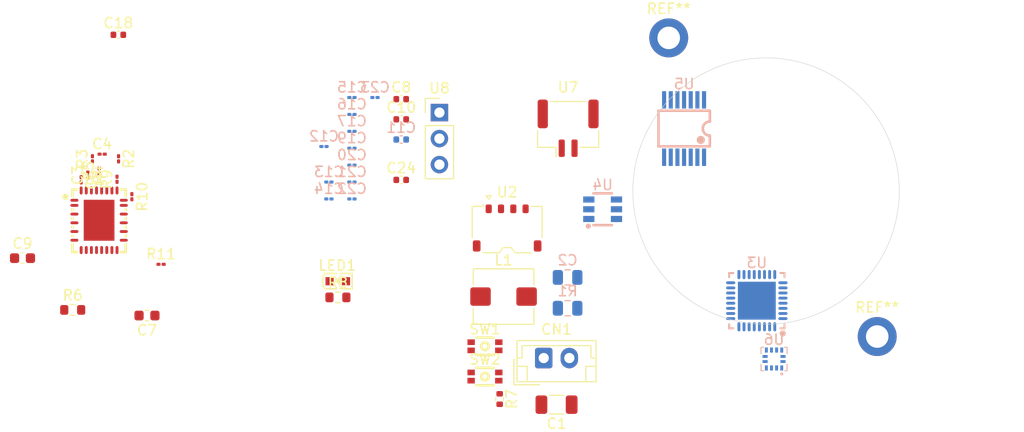
<source format=kicad_pcb>
(kicad_pcb (version 20241229) (generator "pcbnew") (generator_version "9.0")
  (layers (0 "F.Cu" signal) (4 "In1.Cu" signal) (6 "In2.Cu" signal) (2 "B.Cu" signal) (13 "F.Paste" user) (15 "B.Paste" user) (5 "F.SilkS" user "F.Silkscreen") (7 "B.SilkS" user "B.Silkscreen") (1 "F.Mask" user) (3 "B.Mask" user) (25 "Edge.Cuts" user))
  (net 0 "")
  (net 1 "+BATT")
  (net 2 "TI_AGND")
  (net 3 "TI_VREF")
  (net 4 "Net-(U1-SOA)")
  (net 5 "Net-(U1-SOB)")
  (net 6 "Net-(U1-SOC)")
  (net 7 "I-LIMIT")
  (net 8 "TI_AVDD")
  (net 9 "Net-(U4-SW)")
  (net 10 "Net-(U4-CB)")
  (net 11 "Net-(U6-C1)")
  (net 12 "Reset")
  (net 13 "Net-(LED1-K)")
  (net 14 "Net-(U4-FB)")
  (net 15 "SOA")
  (net 16 "SOB")
  (net 17 "SOC")
  (net 18 "BOOT0")
  (net 19 "Net-(U1-SDI{slash}GAIN)")
  (net 20 "Net-(U1-SDO{slash}MODE_SR)")
  (net 21 "Net-(U1-nSCS{slash}OCP)")
  (net 26 "TIM1_CH1N")
  (net 27 "TIM1_CH1")
  (net 28 "TI_FAULT")
  (net 29 "PHASE-B")
  (net 30 "PHASE-C")
  (net 31 "TIM1_CH3")
  (net 32 "TIM1_CH3N")
  (net 33 "PHASE-A")
  (net 34 "TIM1_CH2N")
  (net 35 "TIM1_CH2")
  (net 36 "UART_RX")
  (net 37 "UART_TX")
  (net 38 "MOSI1")
  (net 39 "SDA1")
  (net 41 "NSS1")
  (net 42 "SCL1")
  (net 43 "MISO1")
  (net 44 "ENAB_XL")
  (net 45 "SCK1")
  (net 46 "CAN_RX")
  (net 47 "ENAB_MAG")
  (net 49 "CAN_TX")
  (net 59 "-BATT")
  (net 60 "GND1")
  (footprint "Resistor_SMD:R_01005_0402Metric" (layer "F.Cu") (at 80.6 88.55 -90)
    (property "Reference" "R10" (at 0 -1 90) (layer "F.SilkS"))
    (property "Value" "2000")
    (pad "1" smd roundrect (at -0.25 0 270) (size 0.4 0.3) (layers "F.Cu" "F.Mask") (net 20 "Net-(U1-SDO{slash}MODE_SR)"))
    (pad "2" smd roundrect (at 0.25 0 270) (size 0.4 0.3) (layers "F.Cu" "F.Mask") (net 2 "TI_AGND"))
  )
  (footprint "bldc-motor-footprints:LED0603-RD" (layer "F.Cu") (at 100.6995 96.8)
    (property "Reference" "LED1" (at -0.0495 -1.5315 0) (layer "F.SilkS"))
    (property "Value" "~")
    (fp_line (start -1.4895 -0.4545) (end -1.1895 -0.7545) (stroke (width 0.15)) (layer "F.SilkS"))
    (fp_line (start -1.4895 -0.354) (end -1.4895 -0.4545) (stroke (width 0.15)) (layer "F.SilkS"))
    (fp_line (start -1.4895 -0.354) (end -1.4895 0.346) (stroke (width 0.15)) (layer "F.SilkS"))
    (fp_line (start -1.4895 0.346) (end -1.4895 0.446) (stroke (width 0.15)) (layer "F.SilkS"))
    (fp_line (start -1.4895 0.446) (end -1.1895 0.746) (stroke (width 0.15)) (layer "F.SilkS"))
    (fp_line (start -0.1395 -0.7545) (end -1.1895 -0.7545) (stroke (width 0.15)) (layer "F.SilkS"))
    (fp_line (start -0.1395 0.746) (end -1.1895 0.746) (stroke (width 0.15)) (layer "F.SilkS"))
    (fp_line (start 0.2105 0.3235) (end -0.1195 -0.0065) (stroke (width 0.15)) (layer "F.SilkS"))
    (fp_line (start 0.2205 -0.3565) (end 0.2205 -0.3465) (stroke (width 0.15)) (layer "F.SilkS"))
    (fp_line (start 0.2205 -0.3565) (end 0.2205 0.3235) (stroke (width 0.15)) (layer "F.SilkS"))
    (fp_line (start 0.2205 -0.3465) (end -0.1195 -0.0065) (stroke (width 0.15)) (layer "F.SilkS"))
    (fp_line (start 0.2205 -0.0065) (end -0.1195 -0.0065) (stroke (width 0.15)) (layer "F.SilkS"))
    (fp_line (start 0.2205 0.3235) (end 0.2105 0.3235) (stroke (width 0.15)) (layer "F.SilkS"))
    (fp_line (start 0.2405 -0.7565) (end 1.3905 -0.7565) (stroke (width 0.15)) (layer "F.SilkS"))
    (fp_line (start 0.2405 0.7435) (end 1.3905 0.7435) (stroke (width 0.15)) (layer "F.SilkS"))
    (fp_line (start 1.3905 -0.7565) (end 1.3905 0.7235) (stroke (width 0.15)) (layer "F.SilkS"))
    (pad "1" smd rect (at -0.7995 0 90) (size 0.8 0.8) (layers "F.Cu" "F.Mask" "F.Paste") (net 13 "Net-(LED1-K)"))
    (pad "2" smd rect (at 0.7995 0 90) (size 0.8 0.8) (layers "F.Cu" "F.Mask" "F.Paste") (net 3 "TI_VREF"))
  )
  (footprint "bldc-motor-footprints:KEY-SMD_4P-L2.6-W1.6-P0.80-LS3.0" (layer "F.Cu") (at 115.065 106.106)
    (property "Reference" "SW2" (at 0 -1.677 0) (layer "F.SilkS"))
    (property "Value" "~")
    (fp_line (start -0.8505 -0.85) (end 0.8505 -0.85) (stroke (width 0.254)) (layer "F.SilkS"))
    (fp_line (start -0.8505 0.85) (end 0.8505 0.85) (stroke (width 0.254)) (layer "F.SilkS"))
    (fp_circle (center 0 0) (end 0.3705 0) (stroke (width 0.254)) (fill no) (layer "F.SilkS"))
    (pad "1" smd rect (at -1.35 -0.4) (size 0.72 0.55) (layers "F.Cu" "F.Mask" "F.Paste"))
    (pad "2" smd rect (at 1.35 -0.4) (size 0.72 0.55) (layers "F.Cu" "F.Mask" "F.Paste"))
    (pad "3" smd rect (at -1.35 0.4) (size 0.72 0.55) (layers "F.Cu" "F.Mask" "F.Paste") (net 3 "TI_VREF"))
    (pad "4" smd rect (at 1.35 0.4) (size 0.72 0.55) (layers "F.Cu" "F.Mask" "F.Paste") (net 18 "BOOT0"))
  )
  (footprint "Connector_JST:JST_EH_B2B-EH-A_1x02_P2.50mm_Vertical" (layer "F.Cu") (at 120.8 104.3)
    (property "Reference" "CN1" (at 1.25 -2.8 0) (layer "F.SilkS"))
    (property "Value" "~")
    (fp_line (start -2.91 0.11) (end -2.91 2.61) (stroke (width 0.12)) (layer "F.SilkS"))
    (fp_line (start -2.91 2.61) (end -0.41 2.61) (stroke (width 0.12)) (layer "F.SilkS"))
    (fp_line (start -2.61 -1.71) (end -2.61 2.31) (stroke (width 0.12)) (layer "F.SilkS"))
    (fp_line (start -2.61 0) (end -2.11 0) (stroke (width 0.12)) (layer "F.SilkS"))
    (fp_line (start -2.61 0.81) (end -1.61 0.81) (stroke (width 0.12)) (layer "F.SilkS"))
    (fp_line (start -2.61 2.31) (end 5.11 2.31) (stroke (width 0.12)) (layer "F.SilkS"))
    (fp_line (start -2.11 -1.21) (end 4.61 -1.21) (stroke (width 0.12)) (layer "F.SilkS"))
    (fp_line (start -2.11 0) (end -2.11 -1.21) (stroke (width 0.12)) (layer "F.SilkS"))
    (fp_line (start -1.61 0.81) (end -1.61 2.31) (stroke (width 0.12)) (layer "F.SilkS"))
    (fp_line (start 4.11 0.81) (end 4.11 2.31) (stroke (width 0.12)) (layer "F.SilkS"))
    (fp_line (start 4.61 -1.21) (end 4.61 0) (stroke (width 0.12)) (layer "F.SilkS"))
    (fp_line (start 4.61 0) (end 5.11 0) (stroke (width 0.12)) (layer "F.SilkS"))
    (fp_line (start 5.11 -1.71) (end -2.61 -1.71) (stroke (width 0.12)) (layer "F.SilkS"))
    (fp_line (start 5.11 0.81) (end 4.11 0.81) (stroke (width 0.12)) (layer "F.SilkS"))
    (fp_line (start 5.11 2.31) (end 5.11 -1.71) (stroke (width 0.12)) (layer "F.SilkS"))
    (pad "1" thru_hole roundrect (at 0 0) (size 1.7 2) (drill 1) (layers "*.Cu" "*.Mask") (roundrect_rratio 0.147059) (net 59 "-BATT"))
    (pad "2" thru_hole oval (at 2.5 0) (size 1.7 2) (drill 1) (layers "*.Cu" "*.Mask") (net 1 "+BATT"))
  )
  (footprint "Capacitor_SMD:C_01005_0402Metric" (layer "F.Cu") (at 77.4 86.05 90)
    (property "Reference" "C5" (at 0 -1 90) (layer "F.SilkS"))
    (property "Value" "100pF")
    (pad "1" smd roundrect (at -0.25 0 90) (size 0.4 0.3) (layers "F.Cu" "F.Mask") (net 6 "Net-(U1-SOC)"))
    (pad "2" smd roundrect (at 0.25 0 90) (size 0.4 0.3) (layers "F.Cu" "F.Mask") (net 2 "TI_AGND"))
  )
  (footprint "Capacitor_SMD:C_0603_1608Metric" (layer "F.Cu") (at 69.925 94.55)
    (property "Reference" "C9" (at 0 -1.43 0) (layer "F.SilkS"))
    (property "Value" "10 uf")
    (fp_line (start -0.14058 -0.51) (end 0.14058 -0.51) (stroke (width 0.12)) (layer "F.SilkS"))
    (fp_line (start -0.14058 0.51) (end 0.14058 0.51) (stroke (width 0.12)) (layer "F.SilkS"))
    (pad "1" smd roundrect (at -0.775 0) (size 0.9 0.95) (layers "F.Cu" "F.Mask" "F.Paste") (net 1 "+BATT"))
    (pad "2" smd roundrect (at 0.775 0) (size 0.9 0.95) (layers "F.Cu" "F.Mask" "F.Paste") (net 59 "-BATT"))
  )
  (footprint "bldc-motor-footprints:KEY-SMD_4P-L2.6-W1.6-P0.80-LS3.0" (layer "F.Cu") (at 115.065 103.152)
    (property "Reference" "SW1" (at 0 -1.677 0) (layer "F.SilkS"))
    (property "Value" "~")
    (fp_line (start -0.8505 -0.85) (end 0.8505 -0.85) (stroke (width 0.254)) (layer "F.SilkS"))
    (fp_line (start -0.8505 0.85) (end 0.8505 0.85) (stroke (width 0.254)) (layer "F.SilkS"))
    (fp_circle (center 0 0) (end 0.3705 0) (stroke (width 0.254)) (fill no) (layer "F.SilkS"))
    (pad "1" smd rect (at -1.35 -0.4) (size 0.72 0.55) (layers "F.Cu" "F.Mask" "F.Paste") (net 2 "TI_AGND"))
    (pad "2" smd rect (at 1.35 -0.4) (size 0.72 0.55) (layers "F.Cu" "F.Mask" "F.Paste") (net 12 "Reset"))
    (pad "3" smd rect (at -1.35 0.4) (size 0.72 0.55) (layers "F.Cu" "F.Mask" "F.Paste"))
    (pad "4" smd rect (at 1.35 0.4) (size 0.72 0.55) (layers "F.Cu" "F.Mask" "F.Paste"))
  )
  (footprint "Capacitor_SMD:C_0402_1005Metric" (layer "F.Cu") (at 106.89 86.91)
    (property "Reference" "C24" (at 0 -1.16 0) (layer "F.SilkS"))
    (property "Value" "0.1 uF")
    (fp_line (start -0.107836 -0.36) (end 0.107836 -0.36) (stroke (width 0.12)) (layer "F.SilkS"))
    (fp_line (start -0.107836 0.36) (end 0.107836 0.36) (stroke (width 0.12)) (layer "F.SilkS"))
    (pad "1" smd roundrect (at -0.48 0) (size 0.56 0.62) (layers "F.Cu" "F.Mask" "F.Paste") (net 12 "Reset"))
    (pad "2" smd roundrect (at 0.48 0) (size 0.56 0.62) (layers "F.Cu" "F.Mask" "F.Paste") (net 2 "TI_AGND"))
  )
  (footprint "Capacitor_SMD:C_0603_1608Metric" (layer "F.Cu") (at 82.075 100.15 180)
    (property "Reference" "C7" (at 0 -1.43 0) (layer "F.SilkS"))
    (property "Value" "1 uF")
    (fp_line (start -0.14058 0.51) (end 0.14058 0.51) (stroke (width 0.12)) (layer "F.SilkS"))
    (fp_line (start -0.14058 -0.51) (end 0.14058 -0.51) (stroke (width 0.12)) (layer "F.SilkS"))
    (pad "1" smd roundrect (at -0.775 0 180) (size 0.9 0.95) (layers "F.Cu" "F.Mask" "F.Paste") (net 2 "TI_AGND"))
    (pad "2" smd roundrect (at 0.775 0 180) (size 0.9 0.95) (layers "F.Cu" "F.Mask" "F.Paste") (net 8 "TI_AVDD"))
  )
  (footprint "Inductor_SMD:L_Bourns_SRP5030T" (layer "F.Cu") (at 116.88 98.3)
    (property "Reference" "L1" (at 0 -3.55 0) (layer "F.SilkS"))
    (property "Value" "22uH")
    (fp_line (start -2.96 -2.71) (end 2.96 -2.71) (stroke (width 0.12)) (layer "F.SilkS"))
    (fp_line (start -2.96 -1.16) (end -2.96 -2.71) (stroke (width 0.12)) (layer "F.SilkS"))
    (fp_line (start -2.96 2.71) (end -2.96 1.16) (stroke (width 0.12)) (layer "F.SilkS"))
    (fp_line (start 2.96 -2.71) (end 2.96 -1.16) (stroke (width 0.12)) (layer "F.SilkS"))
    (fp_line (start 2.96 1.16) (end 2.96 2.71) (stroke (width 0.12)) (layer "F.SilkS"))
    (fp_line (start 2.96 2.71) (end -2.96 2.71) (stroke (width 0.12)) (layer "F.SilkS"))
    (pad "1" smd roundrect (at -2.25 0) (size 2 1.8) (layers "F.Cu" "F.Mask" "F.Paste") (roundrect_rratio 0.138889) (net 9 "Net-(U4-SW)"))
    (pad "2" smd roundrect (at 2.25 0) (size 2 1.8) (layers "F.Cu" "F.Mask" "F.Paste") (roundrect_rratio 0.138889) (net 3 "TI_VREF"))
  )
  (footprint "Connector_PinHeader_2.54mm:PinHeader_1x03_P2.54mm_Vertical" (layer "F.Cu") (at 110.62 80.34)
    (property "Reference" "U8" (at 0 -2.38 0) (layer "F.SilkS"))
    (property "Value" "~")
    (fp_line (start -1.38 -1.38) (end 0 -1.38) (stroke (width 0.12)) (layer "F.SilkS"))
    (fp_line (start -1.38 0) (end -1.38 -1.38) (stroke (width 0.12)) (layer "F.SilkS"))
    (fp_line (start -1.38 1.27) (end -1.38 6.46) (stroke (width 0.12)) (layer "F.SilkS"))
    (fp_line (start -1.38 1.27) (end 1.38 1.27) (stroke (width 0.12)) (layer "F.SilkS"))
    (fp_line (start -1.38 6.46) (end 1.38 6.46) (stroke (width 0.12)) (layer "F.SilkS"))
    (fp_line (start 1.38 1.27) (end 1.38 6.46) (stroke (width 0.12)) (layer "F.SilkS"))
    (pad "1" thru_hole rect (at 0 0) (size 1.7 1.7) (drill 1) (layers "*.Cu" "*.Mask") (net 33 "PHASE-A"))
    (pad "2" thru_hole circle (at 0 2.54) (size 1.7 1.7) (drill 1) (layers "*.Cu" "*.Mask") (net 29 "PHASE-B"))
    (pad "3" thru_hole circle (at 0 5.08) (size 1.7 1.7) (drill 1) (layers "*.Cu" "*.Mask") (net 30 "PHASE-C"))
  )
  (footprint "Capacitor_SMD:C_01005_0402Metric" (layer "F.Cu") (at 77.7 84.4)
    (property "Reference" "C4" (at 0 -1 0) (layer "F.SilkS"))
    (property "Value" "100pF")
    (pad "1" smd roundrect (at -0.25 0) (size 0.4 0.3) (layers "F.Cu" "F.Mask") (net 5 "Net-(U1-SOB)"))
    (pad "2" smd roundrect (at 0.25 0) (size 0.4 0.3) (layers "F.Cu" "F.Mask") (net 2 "TI_AGND"))
  )
  (footprint "Resistor_SMD:R_0603_1608Metric" (layer "F.Cu") (at 100.71 98.38)
    (property "Reference" "R8" (at 0 -1.43 0) (layer "F.SilkS"))
    (property "Value" "1k")
    (fp_line (start -0.237258 -0.5225) (end 0.237258 -0.5225) (stroke (width 0.12)) (layer "F.SilkS"))
    (fp_line (start -0.237258 0.5225) (end 0.237258 0.5225) (stroke (width 0.12)) (layer "F.SilkS"))
    (pad "1" smd roundrect (at -0.825 0) (size 0.8 0.95) (layers "F.Cu" "F.Mask" "F.Paste") (net 13 "Net-(LED1-K)"))
    (pad "2" smd roundrect (at 0.825 0) (size 0.8 0.95) (layers "F.Cu" "F.Mask" "F.Paste") (net 2 "TI_AGND"))
  )
  (footprint "Resistor_SMD:R_01005_0402Metric" (layer "F.Cu") (at 76.75 84.85 90)
    (property "Reference" "R3" (at 0 -1 90) (layer "F.SilkS"))
    (property "Value" "600")
    (pad "1" smd roundrect (at -0.25 0 90) (size 0.4 0.3) (layers "F.Cu" "F.Mask") (net 5 "Net-(U1-SOB)"))
    (pad "2" smd roundrect (at 0.25 0 90) (size 0.4 0.3) (layers "F.Cu" "F.Mask") (net 16 "SOB"))
  )
  (footprint "Connector_JST:JST_GH_BM02B-GHS-TBT_1x02-1MP_P1.25mm_Vertical" (layer "F.Cu") (at 123.18 81.87)
    (property "Reference" "U7" (at 0 -4 0) (layer "F.SilkS"))
    (property "Value" "~")
    (fp_line (start -2.985 0.26) (end -2.985 1.86) (stroke (width 0.12)) (layer "F.SilkS"))
    (fp_line (start -2.985 1.86) (end -1.185 1.86) (stroke (width 0.12)) (layer "F.SilkS"))
    (fp_line (start -1.715 -2.61) (end 1.715 -2.61) (stroke (width 0.12)) (layer "F.SilkS"))
    (fp_line (start -1.185 1.86) (end -1.185 2.8) (stroke (width 0.12)) (layer "F.SilkS"))
    (fp_line (start 2.985 0.26) (end 2.985 1.86) (stroke (width 0.12)) (layer "F.SilkS"))
    (fp_line (start 2.985 1.86) (end 1.185 1.86) (stroke (width 0.12)) (layer "F.SilkS"))
    (pad "1" smd roundrect (at -0.625 1.95) (size 0.6 1.7) (layers "F.Cu" "F.Mask" "F.Paste") (net 46 "CAN_RX"))
    (pad "2" smd roundrect (at 0.625 1.95) (size 0.6 1.7) (layers "F.Cu" "F.Mask" "F.Paste") (net 49 "CAN_TX"))
    (pad "MP" smd roundrect (at -2.475 -1.4) (size 1 2.8) (layers "F.Cu" "F.Mask" "F.Paste"))
    (pad "MP" smd roundrect (at 2.475 -1.4) (size 1 2.8) (layers "F.Cu" "F.Mask" "F.Paste"))
  )
  (footprint "Resistor_SMD:R_01005_0402Metric" (layer "F.Cu") (at 83.45 95.15)
    (property "Reference" "R11" (at 0 -1 0) (layer "F.SilkS"))
    (property "Value" "2000")
    (pad "1" smd roundrect (at -0.25 0) (size 0.4 0.3) (layers "F.Cu" "F.Mask") (net 21 "Net-(U1-nSCS{slash}OCP)"))
    (pad "2" smd roundrect (at 0.25 0) (size 0.4 0.3) (layers "F.Cu" "F.Mask") (net 2 "TI_AGND"))
  )
  (footprint "Resistor_SMD:R_01005_0402Metric" (layer "F.Cu") (at 76.3 86.45 -90)
    (property "Reference" "R4" (at 0 -1 90) (layer "F.SilkS"))
    (property "Value" "600")
    (pad "1" smd roundrect (at -0.25 0 270) (size 0.4 0.3) (layers "F.Cu" "F.Mask") (net 6 "Net-(U1-SOC)"))
    (pad "2" smd roundrect (at 0.25 0 270) (size 0.4 0.3) (layers "F.Cu" "F.Mask") (net 17 "SOC"))
  )
  (footprint "Capacitor_SMD:C_0402_1005Metric" (layer "F.Cu") (at 79.28 72.75)
    (property "Reference" "C18" (at 0 -1.16 0) (layer "F.SilkS"))
    (property "Value" "0.1 uf 6.3v")
    (fp_line (start -0.107836 -0.36) (end 0.107836 -0.36) (stroke (width 0.12)) (layer "F.SilkS"))
    (fp_line (start -0.107836 0.36) (end 0.107836 0.36) (stroke (width 0.12)) (layer "F.SilkS"))
    (pad "1" smd roundrect (at -0.48 0) (size 0.56 0.62) (layers "F.Cu" "F.Mask" "F.Paste") (net 2 "TI_AGND"))
    (pad "2" smd roundrect (at 0.48 0) (size 0.56 0.62) (layers "F.Cu" "F.Mask" "F.Paste") (net 3 "TI_VREF"))
  )
  (footprint "Capacitor_SMD:C_0402_1005Metric" (layer "F.Cu") (at 106.89 81)
    (property "Reference" "C10" (at 0 -1.16 0) (layer "F.SilkS"))
    (property "Value" "0.1 uF")
    (fp_line (start -0.107836 -0.36) (end 0.107836 -0.36) (stroke (width 0.12)) (layer "F.SilkS"))
    (fp_line (start -0.107836 0.36) (end 0.107836 0.36) (stroke (width 0.12)) (layer "F.SilkS"))
    (pad "1" smd roundrect (at -0.48 0) (size 0.56 0.62) (layers "F.Cu" "F.Mask" "F.Paste") (net 1 "+BATT"))
    (pad "2" smd roundrect (at 0.48 0) (size 0.56 0.62) (layers "F.Cu" "F.Mask" "F.Paste") (net 8 "TI_AVDD"))
  )
  (footprint "Resistor_SMD:R_0603_1608Metric" (layer "F.Cu") (at 74.825 99.6)
    (property "Reference" "R6" (at 0 -1.43 0) (layer "F.SilkS"))
    (property "Value" "22.1k")
    (fp_line (start -0.237258 -0.5225) (end 0.237258 -0.5225) (stroke (width 0.12)) (layer "F.SilkS"))
    (fp_line (start -0.237258 0.5225) (end 0.237258 0.5225) (stroke (width 0.12)) (layer "F.SilkS"))
    (pad "1" smd roundrect (at -0.825 0) (size 0.8 0.95) (layers "F.Cu" "F.Mask" "F.Paste") (net 14 "Net-(U4-FB)"))
    (pad "2" smd roundrect (at 0.825 0) (size 0.8 0.95) (layers "F.Cu" "F.Mask" "F.Paste") (net 59 "-BATT"))
  )
  (footprint "Resistor_SMD:R_01005_0402Metric" (layer "F.Cu") (at 79.3 84.85 -90)
    (property "Reference" "R2" (at 0 -1 90) (layer "F.SilkS"))
    (property "Value" "600")
    (pad "1" smd roundrect (at -0.25 0 270) (size 0.4 0.3) (layers "F.Cu" "F.Mask") (net 4 "Net-(U1-SOA)"))
    (pad "2" smd roundrect (at 0.25 0 270) (size 0.4 0.3) (layers "F.Cu" "F.Mask") (net 15 "SOA"))
  )
  (footprint "bldc-motor-footprints:VQFN-28_L6.0-W5.0-P0.50-TL-EP4.0" (layer "F.Cu") (at 77.4 90.85)
    (property "Reference" "U1" (at -0.39975 -4.0025 0) (layer "F.SilkS"))
    (property "Value" "~")
    (fp_line (start -2.6 -3) (end -2.5 -3) (stroke (width 0.254)) (layer "F.SilkS"))
    (fp_line (start -2.6 -2.321) (end -2.6 -3) (stroke (width 0.254)) (layer "F.SilkS"))
    (fp_line (start -2.6 -0.971) (end -2.6 -1.079) (stroke (width 0.254)) (layer "F.SilkS"))
    (fp_line (start -2.6 -0.121) (end -2.6 -0.229) (stroke (width 0.254)) (layer "F.SilkS"))
    (fp_line (start -2.6 0.729) (end -2.6 0.621) (stroke (width 0.254)) (layer "F.SilkS"))
    (fp_line (start -2.6 1.579) (end -2.6 1.471) (stroke (width 0.254)) (layer "F.SilkS"))
    (fp_line (start -2.6 3.1) (end -2.6 2.321) (stroke (width 0.254)) (layer "F.SilkS"))
    (fp_line (start -2.5 -3) (end -2.121 -3) (stroke (width 0.254)) (layer "F.SilkS"))
    (fp_line (start -2.121 3.1) (end -2.6 3.1) (stroke (width 0.254)) (layer "F.SilkS"))
    (fp_line (start 2.121 -3) (end 2.6 -3) (stroke (width 0.254)) (layer "F.SilkS"))
    (fp_line (start 2.6 -3) (end 2.6 -2.321) (stroke (width 0.254)) (layer "F.SilkS"))
    (fp_line (start 2.6 -1.079) (end 2.6 -0.971) (stroke (width 0.254)) (layer "F.SilkS"))
    (fp_line (start 2.6 -0.229) (end 2.6 -0.121) (stroke (width 0.254)) (layer "F.SilkS"))
    (fp_line (start 2.6 0.621) (end 2.6 0.729) (stroke (width 0.254)) (layer "F.SilkS"))
    (fp_line (start 2.6 1.471) (end 2.6 1.579) (stroke (width 0.254)) (layer "F.SilkS"))
    (fp_line (start 2.6 2.321) (end 2.6 3.1) (stroke (width 0.254)) (layer "F.SilkS"))
    (fp_line (start 2.6 3.1) (end 2.121 3.1) (stroke (width 0.254)) (layer "F.SilkS"))
    (fp_circle (center -3.302 -2.286) (end -3.152 -2.286) (stroke (width 0.3)) (fill no) (layer "F.SilkS"))
    (pad "1" smd oval (at -2.4075 -1.95) (size 0.79 0.28) (layers "F.Cu" "F.Mask" "F.Paste") (net 8 "TI_AVDD"))
    (pad "2" smd oval (at -2.4075 -1.45) (size 0.79 0.28) (layers "F.Cu" "F.Mask" "F.Paste") (net 59 "-BATT"))
    (pad "3" smd oval (at -2.4075 -0.6) (size 0.79 0.28) (layers "F.Cu" "F.Mask" "F.Paste") (net 1 "+BATT"))
    (pad "4" smd oval (at -2.4075 0.25) (size 0.79 0.28) (layers "F.Cu" "F.Mask" "F.Paste") (net 33 "PHASE-A"))
    (pad "5" smd oval (at -2.4075 1.1) (size 0.79 0.28) (layers "F.Cu" "F.Mask" "F.Paste") (net 29 "PHASE-B"))
    (pad "6" smd oval (at -2.4075 1.95) (size 0.79 0.28) (layers "F.Cu" "F.Mask" "F.Paste") (net 30 "PHASE-C"))
    (pad "7" smd oval (at -1.75 2.9075) (size 0.28 0.79) (layers "F.Cu" "F.Mask" "F.Paste") (net 1 "+BATT"))
    (pad "8" smd oval (at -1.25 2.9075) (size 0.28 0.79) (layers "F.Cu" "F.Mask" "F.Paste") (net 2 "TI_AGND"))
    (pad "9" smd oval (at -0.75 2.9075) (size 0.28 0.79) (layers "F.Cu" "F.Mask" "F.Paste") (net 8 "TI_AVDD"))
    (pad "10" smd oval (at -0.25 2.9075) (size 0.28 0.79) (layers "F.Cu" "F.Mask" "F.Paste") (net 7 "I-LIMIT"))
    (pad "11" smd oval (at 0.25 2.9075) (size 0.28 0.79) (layers "F.Cu" "F.Mask" "F.Paste") (net 2 "TI_AGND"))
    (pad "12" smd oval (at 0.75 2.9075) (size 0.28 0.79) (layers "F.Cu" "F.Mask" "F.Paste") (net 28 "TI_FAULT"))
    (pad "13" smd oval (at 1.25 2.9075) (size 0.28 0.79) (layers "F.Cu" "F.Mask" "F.Paste") (net 8 "TI_AVDD"))
    (pad "14" smd oval (at 1.75 2.9075) (size 0.28 0.79) (layers "F.Cu" "F.Mask" "F.Paste") (net 27 "TIM1_CH1"))
    (pad "15" smd oval (at 2.4075 1.95) (size 0.79 0.28) (layers "F.Cu" "F.Mask" "F.Paste") (net 26 "TIM1_CH1N"))
    (pad "16" smd oval (at 2.4075 1.1) (size 0.79 0.28) (layers "F.Cu" "F.Mask" "F.Paste") (net 35 "TIM1_CH2"))
    (pad "17" smd oval (at 2.4075 0.25) (size 0.79 0.28) (layers "F.Cu" "F.Mask" "F.Paste") (net 34 "TIM1_CH2N"))
    (pad "18" smd oval (at 2.4075 -0.6) (size 0.79 0.28) (layers "F.Cu" "F.Mask" "F.Paste") (net 31 "TIM1_CH3"))
    (pad "19" smd oval (at 2.4075 -1.45) (size 0.79 0.28) (layers "F.Cu" "F.Mask" "F.Paste") (net 32 "TIM1_CH3N"))
    (pad "20" smd oval (at 2.4075 -1.95) (size 0.79 0.28) (layers "F.Cu" "F.Mask" "F.Paste") (net 20 "Net-(U1-SDO{slash}MODE_SR)"))
    (pad "21" smd oval (at 1.75 -2.9075) (size 0.28 0.79) (layers "F.Cu" "F.Mask" "F.Paste") (net 19 "Net-(U1-SDI{slash}GAIN)"))
    (pad "22" smd oval (at 1.25 -2.9075) (size 0.28 0.79) (layers "F.Cu" "F.Mask" "F.Paste") (net 2 "TI_AGND"))
    (pad "23" smd oval (at 0.75 -2.9075) (size 0.28 0.79) (layers "F.Cu" "F.Mask" "F.Paste") (net 21 "Net-(U1-nSCS{slash}OCP)"))
    (pad "24" smd oval (at 0.25 -2.9075) (size 0.28 0.79) (layers "F.Cu" "F.Mask" "F.Paste") (net 3 "TI_VREF"))
    (pad "25" smd oval (at -0.25 -2.9075) (size 0.28 0.79) (layers "F.Cu" "F.Mask" "F.Paste") (net 6 "Net-(U1-SOC)"))
    (pad "26" smd oval (at -0.75 -2.9075) (size 0.28 0.79) (layers "F.Cu" "F.Mask" "F.Paste") (net 5 "Net-(U1-SOB)"))
    (pad "27" smd oval (at -1.25 -2.9075) (size 0.28 0.79) (layers "F.Cu" "F.Mask" "F.Paste") (net 4 "Net-(U1-SOA)"))
    (pad "28" smd oval (at -1.75 -2.9075) (size 0.28 0.79) (layers "F.Cu" "F.Mask" "F.Paste") (net 7 "I-LIMIT"))
    (pad "29" smd rect (at 0 0) (size 3 4) (layers "F.Cu" "F.Mask" "F.Paste") (net 2 "TI_AGND"))
  )
  (footprint "Capacitor_SMD:C_0402_1005Metric" (layer "F.Cu") (at 106.89 79.03)
    (property "Reference" "C8" (at 0 -1.16 0) (layer "F.SilkS"))
    (property "Value" "0.1 uf")
    (fp_line (start -0.107836 -0.36) (end 0.107836 -0.36) (stroke (width 0.12)) (layer "F.SilkS"))
    (fp_line (start -0.107836 0.36) (end 0.107836 0.36) (stroke (width 0.12)) (layer "F.SilkS"))
    (pad "1" smd roundrect (at -0.48 0) (size 0.56 0.62) (layers "F.Cu" "F.Mask" "F.Paste") (net 1 "+BATT"))
    (pad "2" smd roundrect (at 0.48 0) (size 0.56 0.62) (layers "F.Cu" "F.Mask" "F.Paste") (net 59 "-BATT"))
  )
  (footprint "MountingHole:MountingHole_2.2mm_M2_DIN965_Pad" (layer "F.Cu") (at 133 73.05)
    (property "Reference" "REF**" (at 0 -2.85 0) (layer "F.SilkS"))
    (property "Value" "MountingHole_2.2mm_M2_DIN965_Pad")
    (pad "1" thru_hole circle (at 0 0) (size 3.8 3.8) (drill 2.2) (layers "*.Cu" "*.Mask"))
  )
  (footprint "MountingHole:MountingHole_2.2mm_M2_DIN965_Pad" (layer "F.Cu") (at 153.35 102.2)
    (property "Reference" "REF**" (at 0 -2.85 0) (layer "F.SilkS"))
    (property "Value" "MountingHole_2.2mm_M2_DIN965_Pad")
    (pad "1" thru_hole circle (at 0 0) (size 3.8 3.8) (drill 2.2) (layers "*.Cu" "*.Mask"))
  )
  (footprint "Capacitor_SMD:C_01005_0402Metric" (layer "F.Cu") (at 76.3 86.45 90)
    (property "Reference" "C3" (at 0 -1 90) (layer "F.SilkS"))
    (property "Value" "100pF")
    (pad "1" smd roundrect (at -0.25 0 90) (size 0.4 0.3) (layers "F.Cu" "F.Mask") (net 4 "Net-(U1-SOA)"))
    (pad "2" smd roundrect (at 0.25 0 90) (size 0.4 0.3) (layers "F.Cu" "F.Mask") (net 2 "TI_AGND"))
  )
  (footprint "Connector_JST:JST_ACH_BM04B-ACHSS-A-GAN-ETF_1x04-1MP_P1.20mm_Vertical" (layer "F.Cu") (at 117.23 91.608553)
    (property "Reference" "U2" (at 0 -3.5 0) (layer "F.SilkS"))
    (property "Value" "~")
    (fp_line (start -3.41 -2.11) (end -2.36 -2.11) (stroke (width 0.12)) (layer "F.SilkS"))
    (fp_line (start -3.41 0.94) (end -3.41 -2.11) (stroke (width 0.12)) (layer "F.SilkS"))
    (fp_line (start -2.36 -2.11) (end -2.36 -2.3) (stroke (width 0.12)) (layer "F.SilkS"))
    (fp_line (start -2.34 2.41) (end -0.79 2.41) (stroke (width 0.12)) (layer "F.SilkS"))
    (fp_line (start -2.05 -3.153553) (end -1.8 -2.8) (stroke (width 0.12)) (layer "F.SilkS"))
    (fp_line (start -1.8 -2.8) (end -1.55 -3.153553) (stroke (width 0.12)) (layer "F.SilkS"))
    (fp_line (start -1.55 -3.153553) (end -2.05 -3.153553) (stroke (width 0.12)) (layer "F.SilkS"))
    (fp_line (start -0.79 2.41) (end -0.39 1.91) (stroke (width 0.12)) (layer "F.SilkS"))
    (fp_line (start -0.39 1.91) (end 0.39 1.91) (stroke (width 0.12)) (layer "F.SilkS"))
    (fp_line (start 0.39 1.91) (end 0.79 2.41) (stroke (width 0.12)) (layer "F.SilkS"))
    (fp_line (start 0.79 2.41) (end 2.34 2.41) (stroke (width 0.12)) (layer "F.SilkS"))
    (fp_line (start 3.41 -2.11) (end 2.36 -2.11) (stroke (width 0.12)) (layer "F.SilkS"))
    (fp_line (start 3.41 0.94) (end 3.41 -2.11) (stroke (width 0.12)) (layer "F.SilkS"))
    (pad "1" smd roundrect (at -1.8 -1.875) (size 0.6 0.85) (layers "F.Cu" "F.Mask" "F.Paste") (net 37 "UART_TX"))
    (pad "2" smd roundrect (at -0.6 -1.875) (size 0.6 0.85) (layers "F.Cu" "F.Mask" "F.Paste") (net 36 "UART_RX"))
    (pad "3" smd roundrect (at 0.6 -1.875) (size 0.6 0.85) (layers "F.Cu" "F.Mask" "F.Paste") (net 3 "TI_VREF"))
    (pad "4" smd roundrect (at 1.8 -1.875) (size 0.6 0.85) (layers "F.Cu" "F.Mask" "F.Paste") (net 60 "GND1"))
    (pad "MP" smd roundrect (at -2.975 1.75) (size 0.75 1.1) (layers "F.Cu" "F.Mask" "F.Paste"))
    (pad "MP" smd roundrect (at 2.975 1.75) (size 0.75 1.1) (layers "F.Cu" "F.Mask" "F.Paste"))
  )
  (footprint "Capacitor_SMD:C_01005_0402Metric" (layer "F.Cu") (at 75.65 86.9 -90)
    (property "Reference" "C6" (at 0 -1 90) (layer "F.SilkS"))
    (property "Value" "0.1 uF")
    (pad "1" smd roundrect (at -0.25 0 270) (size 0.4 0.3) (layers "F.Cu" "F.Mask") (net 2 "TI_AGND"))
    (pad "2" smd roundrect (at 0.25 0 270) (size 0.4 0.3) (layers "F.Cu" "F.Mask") (net 7 "I-LIMIT"))
  )
  (footprint "Capacitor_SMD:C_1206_3216Metric" (layer "F.Cu") (at 122.05 108.85 180)
    (property "Reference" "C1" (at 0 -1.85 0) (layer "F.SilkS"))
    (property "Value" "2.2UF")
    (fp_line (start -0.711252 0.91) (end 0.711252 0.91) (stroke (width 0.12)) (layer "F.SilkS"))
    (fp_line (start -0.711252 -0.91) (end 0.711252 -0.91) (stroke (width 0.12)) (layer "F.SilkS"))
    (pad "1" smd roundrect (at -1.475 0 180) (size 1.15 1.8) (layers "F.Cu" "F.Mask" "F.Paste") (roundrect_rratio 0.217391) (net 1 "+BATT"))
    (pad "2" smd roundrect (at 1.475 0 180) (size 1.15 1.8) (layers "F.Cu" "F.Mask" "F.Paste") (roundrect_rratio 0.217391) (net 59 "-BATT"))
  )
  (footprint "Resistor_SMD:R_0402_1005Metric" (layer "F.Cu") (at 116.5 108.3 -90)
    (property "Reference" "R7" (at 0 -1.17 90) (layer "F.SilkS"))
    (property "Value" "10k")
    (fp_line (start -0.153641 0.38) (end 0.153641 0.38) (stroke (width 0.12)) (layer "F.SilkS"))
    (fp_line (start -0.153641 -0.38) (end 0.153641 -0.38) (stroke (width 0.12)) (layer "F.SilkS"))
    (pad "1" smd roundrect (at -0.51 0 270) (size 0.54 0.64) (layers "F.Cu" "F.Mask" "F.Paste") (net 18 "BOOT0"))
    (pad "2" smd roundrect (at 0.51 0 270) (size 0.54 0.64) (layers "F.Cu" "F.Mask" "F.Paste") (net 2 "TI_AGND"))
  )
  (footprint "Resistor_SMD:R_01005_0402Metric" (layer "F.Cu") (at 79.15 86.85 90)
    (property "Reference" "R9" (at 0 -1 90) (layer "F.SilkS"))
    (property "Value" "2000")
    (pad "1" smd roundrect (at -0.25 0 90) (size 0.4 0.3) (layers "F.Cu" "F.Mask") (net 19 "Net-(U1-SDI{slash}GAIN)"))
    (pad "2" smd roundrect (at 0.25 0 90) (size 0.4 0.3) (layers "F.Cu" "F.Mask") (net 2 "TI_AGND"))
  )
  (footprint "Capacitor_SMD:C_01005_0402Metric" (layer "B.Cu") (at 99.83 87.12 180)
    (property "Reference" "C13" (at 0 1 0) (layer "B.SilkS") (effects (justify mirror)))
    (property "Value" "2.2UF")
    (pad "1" smd roundrect (at -0.25 0 180) (size 0.4 0.3) (layers "B.Cu" "B.Mask") (net 2 "TI_AGND"))
    (pad "2" smd roundrect (at 0.25 0 180) (size 0.4 0.3) (layers "B.Cu" "B.Mask") (net 3 "TI_VREF"))
  )
  (footprint "Capacitor_SMD:C_01005_0402Metric" (layer "B.Cu") (at 102.08 80.52 180)
    (property "Reference" "C16" (at 0 1 0) (layer "B.SilkS") (effects (justify mirror)))
    (property "Value" "100 nf")
    (pad "1" smd roundrect (at -0.25 0 180) (size 0.4 0.3) (layers "B.Cu" "B.Mask") (net 2 "TI_AGND"))
    (pad "2" smd roundrect (at 0.25 0 180) (size 0.4 0.3) (layers "B.Cu" "B.Mask") (net 3 "TI_VREF"))
  )
  (footprint "Capacitor_SMD:C_01005_0402Metric" (layer "B.Cu") (at 102.08 85.47 180)
    (property "Reference" "C20" (at 0 1 0) (layer "B.SilkS") (effects (justify mirror)))
    (property "Value" "220nf")
    (pad "1" smd roundrect (at -0.25 0 180) (size 0.4 0.3) (layers "B.Cu" "B.Mask") (net 11 "Net-(U6-C1)"))
    (pad "2" smd roundrect (at 0.25 0 180) (size 0.4 0.3) (layers "B.Cu" "B.Mask") (net 2 "TI_AGND"))
  )
  (footprint "Capacitor_SMD:C_01005_0402Metric" (layer "B.Cu") (at 104.33 78.87 180)
    (property "Reference" "C23" (at 0 1 0) (layer "B.SilkS") (effects (justify mirror)))
    (property "Value" "100nF")
    (pad "1" smd roundrect (at -0.25 0 180) (size 0.4 0.3) (layers "B.Cu" "B.Mask") (net 3 "TI_VREF"))
    (pad "2" smd roundrect (at 0.25 0 180) (size 0.4 0.3) (layers "B.Cu" "B.Mask") (net 2 "TI_AGND"))
  )
  (footprint "bldc-motor-footprints:LGA-12_L2.0-W2.0-P0.50-BL" (layer "B.Cu") (at 143.280514 104.392486 180)
    (property "Reference" "U6" (at 0 1.893 0) (layer "B.SilkS") (effects (justify mirror)))
    (property "Value" "~")
    (fp_line (start 1.27 1.143) (end 1.27 0.508) (stroke (width 0.1)) (layer "B.SilkS"))
    (fp_line (start 1.27 -0.508) (end 1.27 -1.143) (stroke (width 0.1)) (layer "B.SilkS"))
    (fp_line (start 1.27 -1.143) (end 1.016 -1.143) (stroke (width 0.1)) (layer "B.SilkS"))
    (fp_line (start 1.016 1.143) (end 1.27 1.143) (stroke (width 0.1)) (layer "B.SilkS"))
    (fp_line (start -1.016 1.143) (end -1.27 1.143) (stroke (width 0.1)) (layer "B.SilkS"))
    (fp_line (start -1.27 1.143) (end -1.27 0.508) (stroke (width 0.1)) (layer "B.SilkS"))
    (fp_line (start -1.27 -0.508) (end -1.27 -1.143) (stroke (width 0.1)) (layer "B.SilkS"))
    (fp_line (start -1.27 -1.143) (end -1.044 -1.143) (stroke (width 0.1)) (layer "B.SilkS"))
    (fp_circle (center -0.75 -1.4575) (end -0.675 -1.4575) (stroke (width 0.15)) (fill no) (layer "B.SilkS"))
    (pad "1" smd rect (at -0.75 -0.875 180) (size 0.28 0.5) (layers "B.Cu" "B.Mask" "B.Paste") (net 42 "SCL1"))
    (pad "2" smd rect (at -0.25 -0.875 180) (size 0.28 0.5) (layers "B.Cu" "B.Mask" "B.Paste") (net 44 "ENAB_XL"))
    (pad "3" smd rect (at 0.25 -0.875 180) (size 0.28 0.5) (layers "B.Cu" "B.Mask" "B.Paste") (net 47 "ENAB_MAG"))
    (pad "4" smd rect (at 0.75 -0.875 180) (size 0.28 0.5) (layers "B.Cu" "B.Mask" "B.Paste") (net 39 "SDA1"))
    (pad "5" smd rect (at 0.875 -0.25 180) (size 0.5 0.28) (layers "B.Cu" "B.Mask" "B.Paste") (net 11 "Net-(U6-C1)"))
    (pad "6" smd rect (at 0.875 0.25 180) (size 0.5 0.28) (layers "B.Cu" "B.Mask" "B.Paste") (net 2 "TI_AGND"))
    (pad "7" smd rect (at 0.75 0.875 180) (size 0.28 0.5) (layers "B.Cu" "B.Mask" "B.Paste"))
    (pad "8" smd rect (at 0.25 0.875 180) (size 0.28 0.5) (layers "B.Cu" "B.Mask" "B.Paste") (net 2 "TI_AGND"))
    (pad "9" smd rect (at -0.25 0.875 180) (size 0.28 0.5) (layers "B.Cu" "B.Mask" "B.Paste") (net 3 "TI_VREF"))
    (pad "10" smd rect (at -0.75 0.875 180) (size 0.28 0.5) (layers "B.Cu" "B.Mask" "B.Paste") (net 3 "TI_VREF"))
    (pad "11" smd rect (at -0.875 0.25 180) (size 0.5 0.28) (layers "B.Cu" "B.Mask" "B.Paste"))
    (pad "12" smd rect (at -0.875 -0.25 180) (size 0.5 0.28) (layers "B.Cu" "B.Mask" "B.Paste"))
  )
  (footprint "bldc-motor-footprints:TSSOP-14_L5.0-W4.4-P0.65-LS6.4-BL" (layer "B.Cu") (at 134.499014 81.899486 180)
    (property "Reference" "U5" (at -0.00725 4.35 0) (layer "B.SilkS") (effects (justify mirror)))
    (property "Value" "~")
    (fp_line (start 2.5 1.7435) (end 2.5 -1.74) (stroke (width 0.254)) (layer "B.SilkS"))
    (fp_line (start -2.5145 1.7435) (end 2.5 1.7435) (stroke (width 0.254)) (layer "B.SilkS"))
    (fp_line (start -2.5145 0.686) (end -2.5145 1.7435) (stroke (width 0.254)) (layer "B.SilkS"))
    (fp_line (start -2.5145 -1.6) (end -2.5145 -0.686) (stroke (width 0.254)) (layer "B.SilkS"))
    (fp_line (start -2.5145 -1.74) (end 2.5 -1.74) (stroke (width 0.254)) (layer "B.SilkS"))
    (fp_arc (start -2.5145 -0.686) (mid -1.8285 0) (end -2.5145 0.686) (stroke (width 0.254)) (layer "B.SilkS"))
    (fp_circle (center -1.63 -1.11) (end -1.43 -1.11) (stroke (width 0.4)) (fill no) (layer "B.SilkS"))
    (pad "1" smd rect (at -1.95 -2.8 180) (size 0.4 1.7) (layers "B.Cu" "B.Mask" "B.Paste") (net 41 "NSS1"))
    (pad "2" smd rect (at -1.3 -2.8 180) (size 0.4 1.7) (layers "B.Cu" "B.Mask" "B.Paste") (net 45 "SCK1"))
    (pad "3" smd rect (at -0.65 -2.8 180) (size 0.4 1.7) (layers "B.Cu" "B.Mask" "B.Paste") (net 43 "MISO1"))
    (pad "4" smd rect (at 0 -2.8 180) (size 0.4 1.7) (layers "B.Cu" "B.Mask" "B.Paste") (net 38 "MOSI1"))
    (pad "5" smd rect (at 0.65 -2.8 180) (size 0.4 1.7) (layers "B.Cu" "B.Mask" "B.Paste") (net 2 "TI_AGND"))
    (pad "6" smd rect (at 1.3 -2.8 180) (size 0.4 1.7) (layers "B.Cu" "B.Mask" "B.Paste"))
    (pad "7" smd rect (at 1.95 -2.8 180) (size 0.4 1.7) (layers "B.Cu" "B.Mask" "B.Paste"))
    (pad "8" smd rect (at 1.95 2.8 180) (size 0.4 1.7) (layers "B.Cu" "B.Mask" "B.Paste"))
    (pad "9" smd rect (at 1.3 2.8 180) (size 0.4 1.7) (layers "B.Cu" "B.Mask" "B.Paste"))
    (pad "10" smd rect (at 0.65 2.8 180) (size 0.4 1.7) (layers "B.Cu" "B.Mask" "B.Paste"))
    (pad "11" smd rect (at 0 2.8 180) (size 0.4 1.7) (layers "B.Cu" "B.Mask" "B.Paste") (net 3 "TI_VREF"))
    (pad "12" smd rect (at -0.65 2.8 180) (size 0.4 1.7) (layers "B.Cu" "B.Mask" "B.Paste") (net 3 "TI_VREF"))
    (pad "13" smd rect (at -1.3 2.8 180) (size 0.4 1.7) (layers "B.Cu" "B.Mask" "B.Paste") (net 2 "TI_AGND"))
    (pad "14" smd rect (at -1.95 2.8 180) (size 0.4 1.7) (layers "B.Cu" "B.Mask" "B.Paste"))
  )
  (footprint "Capacitor_SMD:C_01005_0402Metric" (layer "B.Cu") (at 102.08 82.17 180)
    (property "Reference" "C17" (at 0 1 0) (layer "B.SilkS") (effects (justify mirror)))
    (property "Value" "4.7 uf")
    (pad "1" smd roundrect (at -0.25 0 180) (size 0.4 0.3) (layers "B.Cu" "B.Mask") (net 2 "TI_AGND"))
    (pad "2" smd roundrect (at 0.25 0 180) (size 0.4 0.3) (layers "B.Cu" "B.Mask") (net 3 "TI_VREF"))
  )
  (footprint "Capacitor_SMD:C_01005_0402Metric" (layer "B.Cu") (at 99.83 88.77 180)
    (property "Reference" "C14" (at 0 1 0) (layer "B.SilkS") (effects (justify mirror)))
    (property "Value" "100 nf")
    (pad "1" smd roundrect (at -0.25 0 180) (size 0.4 0.3) (layers "B.Cu" "B.Mask") (net 2 "TI_AGND"))
    (pad "2" smd roundrect (at 0.25 0 180) (size 0.4 0.3) (layers "B.Cu" "B.Mask") (net 3 "TI_VREF"))
  )
  (footprint "Capacitor_SMD:C_01005_0402Metric" (layer "B.Cu") (at 102.08 87.12 180)
    (property "Reference" "C21" (at 0 1 0) (layer "B.SilkS") (effects (justify mirror)))
    (property "Value" "100nF")
    (pad "1" smd roundrect (at -0.25 0 180) (size 0.4 0.3) (layers "B.Cu" "B.Mask") (net 3 "TI_VREF"))
    (pad "2" smd roundrect (at 0.25 0 180) (size 0.4 0.3) (layers "B.Cu" "B.Mask") (net 2 "TI_AGND"))
  )
  (footprint "bldc-motor-footprints:QFN-32_L5.0-W5.0-P0.50-BL-EP3.7" (layer "B.Cu") (at 141.6 98.7 180)
    (property "Reference" "U3" (at 0 3.7 0) (layer "B.SilkS") (effects (justify mirror)))
    (property "Value" "~")
    (fp_line (start 2.7 2.7) (end 2.295 2.7) (stroke (width 0.2)) (layer "B.SilkS"))
    (fp_line (start 2.7 2.295) (end 2.7 2.7) (stroke (width 0.2)) (layer "B.SilkS"))
    (fp_line (start 2.7 -2.7) (end 2.7 -2.295) (stroke (width 0.2)) (layer "B.SilkS"))
    (fp_line (start 2.295 -2.7) (end 2.7 -2.7) (stroke (width 0.2)) (layer "B.SilkS"))
    (fp_line (start -2.295 -2.7) (end -2.7 -2.7) (stroke (width 0.2)) (layer "B.SilkS"))
    (fp_line (start -2.7 2.7) (end -2.295 2.7) (stroke (width 0.2)) (layer "B.SilkS"))
    (fp_line (start -2.7 2.295) (end -2.7 2.7) (stroke (width 0.2)) (layer "B.SilkS"))
    (fp_line (start -2.7 -2.7) (end -2.7 -2.295) (stroke (width 0.2)) (layer "B.SilkS"))
    (fp_arc (start -2.528 -3.0505) (mid -2.52675 -3.350503) (end -2.5255 -3.0505) (stroke (width 0.3)) (layer "B.SilkS"))
    (pad "1" smd oval (at -1.75 -2.55 180) (size 0.28 0.9) (layers "B.Cu" "B.Mask" "B.Paste") (net 3 "TI_VREF"))
    (pad "2" smd oval (at -1.25 -2.55 180) (size 0.28 0.9) (layers "B.Cu" "B.Mask" "B.Paste") (net 32 "TIM1_CH3N"))
    (pad "3" smd oval (at -0.75 -2.55 180) (size 0.28 0.9) (layers "B.Cu" "B.Mask" "B.Paste") (net 28 "TI_FAULT"))
    (pad "4" smd oval (at -0.25 -2.55 180) (size 0.28 0.9) (layers "B.Cu" "B.Mask" "B.Paste") (net 12 "Reset"))
    (pad "5" smd oval (at 0.25 -2.55 180) (size 0.28 0.9) (layers "B.Cu" "B.Mask" "B.Paste") (net 15 "SOA"))
    (pad "6" smd oval (at 0.75 -2.55 180) (size 0.28 0.9) (layers "B.Cu" "B.Mask" "B.Paste") (net 16 "SOB"))
    (pad "7" smd oval (at 1.25 -2.55 180) (size 0.28 0.9) (layers "B.Cu" "B.Mask" "B.Paste") (net 37 "UART_TX"))
    (pad "8" smd oval (at 1.75 -2.55 180) (size 0.28 0.9) (layers "B.Cu" "B.Mask" "B.Paste") (net 36 "UART_RX"))
    (pad "9" smd oval (at 2.55 -1.75 180) (size 0.9 0.28) (layers "B.Cu" "B.Mask" "B.Paste") (net 41 "NSS1"))
    (pad "10" smd oval (at 2.55 -1.25 180) (size 0.9 0.28) (layers "B.Cu" "B.Mask" "B.Paste") (net 45 "SCK1"))
    (pad "11" smd oval (at 2.55 -0.75 180) (size 0.9 0.28) (layers "B.Cu" "B.Mask" "B.Paste") (net 17 "SOC"))
    (pad "12" smd oval (at 2.55 -0.25 180) (size 0.9 0.28) (layers "B.Cu" "B.Mask" "B.Paste") (net 26 "TIM1_CH1N"))
    (pad "13" smd oval (at 2.55 0.25 180) (size 0.9 0.28) (layers "B.Cu" "B.Mask" "B.Paste") (net 34 "TIM1_CH2N"))
    (pad "14" smd oval (at 2.55 0.75 180) (size 0.9 0.28) (layers "B.Cu" "B.Mask" "B.Paste") (net 2 "TI_AGND"))
    (pad "15" smd oval (at 2.55 1.25 180) (size 0.9 0.28) (layers "B.Cu" "B.Mask" "B.Paste") (net 3 "TI_VREF"))
    (pad "16" smd oval (at 2.55 1.75 180) (size 0.9 0.28) (layers "B.Cu" "B.Mask" "B.Paste") (net 2 "TI_AGND"))
    (pad "17" smd oval (at 1.75 2.55 180) (size 0.28 0.9) (layers "B.Cu" "B.Mask" "B.Paste") (net 3 "TI_VREF"))
    (pad "18" smd oval (at 1.25 2.55 180) (size 0.28 0.9) (layers "B.Cu" "B.Mask" "B.Paste") (net 27 "TIM1_CH1"))
    (pad "19" smd oval (at 0.75 2.55 180) (size 0.28 0.9) (layers "B.Cu" "B.Mask" "B.Paste") (net 35 "TIM1_CH2"))
    (pad "20" smd oval (at 0.25 2.55 180) (size 0.28 0.9) (layers "B.Cu" "B.Mask" "B.Paste") (net 31 "TIM1_CH3"))
    (pad "21" smd oval (at -0.25 2.55 180) (size 0.28 0.9) (layers "B.Cu" "B.Mask" "B.Paste") (net 46 "CAN_RX"))
    (pad "22" smd oval (at -0.75 2.55 180) (size 0.28 0.9) (layers "B.Cu" "B.Mask" "B.Paste") (net 49 "CAN_TX"))
    (pad "23" smd oval (at -1.25 2.55 180) (size 0.28 0.9) (layers "B.Cu" "B.Mask" "B.Paste") (net 42 "SCL1"))
    (pad "24" smd oval (at -1.75 2.55 180) (size 0.28 0.9) (layers "B.Cu" "B.Mask" "B.Paste") (net 39 "SDA1"))
    (pad "25" smd oval (at -2.55 1.75 180) (size 0.9 0.28) (layers "B.Cu" "B.Mask" "B.Paste") (net 47 "ENAB_MAG"))
    (pad "26" smd oval (at -2.55 1.25 180) (size 0.9 0.28) (layers "B.Cu" "B.Mask" "B.Paste") (net 44 "ENAB_XL"))
    (pad "27" smd oval (at -2.55 0.75 180) (size 0.9 0.28) (layers "B.Cu" "B.Mask" "B.Paste"))
    (pad "28" smd oval (at -2.55 0.25 180) (size 0.9 0.28) (layers "B.Cu" "B.Mask" "B.Paste") (net 38 "MOSI1"))
    (pad "29" smd oval (at -2.55 -0.25 180) (size 0.9 0.28) (layers "B.Cu" "B.Mask" "B.Paste") (net 43 "MISO1"))
    (pad "30" smd oval (at -2.55 -0.75 180) (size 0.9 0.28) (layers "B.Cu" "B.Mask" "B.Paste"))
    (pad "31" smd oval (at -2.55 -1.25 180) (size 0.9 0.28) (layers "B.Cu" "B.Mask" "B.Paste") (net 18 "BOOT0"))
    (pad "32" smd oval (at -2.55 -1.75 180) (size 0.9 0.28) (layers "B.Cu" "B.Mask" "B.Paste") (net 2 "TI_AGND"))
    (pad "33" smd rect (at 0 0 180) (size 3.7 3.7) (layers "B.Cu" "B.Mask" "B.Paste") (net 2 "TI_AGND"))
  )
  (footprint "bldc-motor-footprints:SOT-23-6_L2.9-W1.6-P0.95-LS2.8-BR" (layer "B.Cu") (at 126.550514 89.776486 180)
    (property "Reference" "U4" (at 0 2.377 0) (layer "B.SilkS") (effects (justify mirror)))
    (property "Value" "~")
    (fp_line (start -0.9 1.55) (end 0.9 1.55) (stroke (width 0.254)) (layer "B.SilkS"))
    (fp_line (start -0.9 -1.55) (end 0.9 -1.55) (stroke (width 0.254)) (layer "B.SilkS"))
    (fp_circle (center 1.397 -1.651) (end 1.524 -1.651) (stroke (width 0.254)) (fill no) (layer "B.SilkS"))
    (pad "1" smd rect (at 1.35 -0.95 180) (size 1.1 0.6) (layers "B.Cu" "B.Mask" "B.Paste") (net 10 "Net-(U4-CB)"))
    (pad "2" smd rect (at 1.35 0 180) (size 1.1 0.6) (layers "B.Cu" "B.Mask" "B.Paste") (net 59 "-BATT"))
    (pad "3" smd rect (at 1.35 0.95 180) (size 1.1 0.6) (layers "B.Cu" "B.Mask" "B.Paste") (net 14 "Net-(U4-FB)"))
    (pad "4" smd rect (at -1.35 0.95 180) (size 1.1 0.6) (layers "B.Cu" "B.Mask" "B.Paste") (net 1 "+BATT"))
    (pad "5" smd rect (at -1.35 0 180) (size 1.1 0.6) (layers "B.Cu" "B.Mask" "B.Paste") (net 1 "+BATT"))
    (pad "6" smd rect (at -1.35 -0.95 180) (size 1.1 0.6) (layers "B.Cu" "B.Mask" "B.Paste") (net 9 "Net-(U4-SW)"))
  )
  (footprint "Capacitor_SMD:C_01005_0402Metric" (layer "B.Cu") (at 102.08 88.77 180)
    (property "Reference" "C22" (at 0 1 0) (layer "B.SilkS") (effects (justify mirror)))
    (property "Value" "10uF")
    (pad "1" smd roundrect (at -0.25 0 180) (size 0.4 0.3) (layers "B.Cu" "B.Mask") (net 3 "TI_VREF"))
    (pad "2" smd roundrect (at 0.25 0 180) (size 0.4 0.3) (layers "B.Cu" "B.Mask") (net 2 "TI_AGND"))
  )
  (footprint "Capacitor_SMD:C_0402_1005Metric" (layer "B.Cu") (at 106.89 82.97 180)
    (property "Reference" "C11" (at 0 1.16 0) (layer "B.SilkS") (effects (justify mirror)))
    (property "Value" "0.1 uF")
    (fp_line (start -0.107836 0.36) (end 0.107836 0.36) (stroke (width 0.12)) (layer "B.SilkS"))
    (fp_line (start -0.107836 -0.36) (end 0.107836 -0.36) (stroke (width 0.12)) (layer "B.SilkS"))
    (pad "1" smd roundrect (at -0.48 0 180) (size 0.56 0.62) (layers "B.Cu" "B.Mask" "B.Paste") (net 9 "Net-(U4-SW)"))
    (pad "2" smd roundrect (at 0.48 0 180) (size 0.56 0.62) (layers "B.Cu" "B.Mask" "B.Paste") (net 10 "Net-(U4-CB)"))
  )
  (footprint "Capacitor_SMD:C_01005_0402Metric" (layer "B.Cu") (at 99.35 83.65 180)
    (property "Reference" "C12" (at 0 1 0) (layer "B.SilkS") (effects (justify mirror)))
    (property "Value" "10 nf")
    (pad "1" smd roundrect (at -0.25 0 180) (size 0.4 0.3) (layers "B.Cu" "B.Mask") (net 2 "TI_AGND"))
    (pad "2" smd roundrect (at 0.25 0 180) (size 0.4 0.3) (layers "B.Cu" "B.Mask") (net 3 "TI_VREF"))
  )
  (footprint "Capacitor_SMD:C_01005_0402Metric" (layer "B.Cu") (at 102.08 83.82 180)
    (property "Reference" "C19" (at 0 1 0) (layer "B.SilkS") (effects (justify mirror)))
    (property "Value" "100 nf")
    (pad "1" smd roundrect (at -0.25 0 180) (size 0.4 0.3) (layers "B.Cu" "B.Mask") (net 3 "TI_VREF"))
    (pad "2" smd roundrect (at 0.25 0 180) (size 0.4 0.3) (layers "B.Cu" "B.Mask") (net 2 "TI_AGND"))
  )
  (footprint "Capacitor_SMD:C_0805_2012Metric" (layer "B.Cu") (at 123.13 99.44 180)
    (property "Reference" "R1" (at 0 1.68 0) (layer "B.SilkS") (effects (justify mirror)))
    (property "Value" "69.8 k")
    (fp_line (start -0.261252 0.735) (end 0.261252 0.735) (stroke (width 0.12)) (layer "B.SilkS"))
    (fp_line (start -0.261252 -0.735) (end 0.261252 -0.735) (stroke (width 0.12)) (layer "B.SilkS"))
    (pad "1" smd roundrect (at -0.95 0 180) (size 1 1.45) (layers "B.Cu" "B.Mask" "B.Paste") (net 3 "TI_VREF"))
    (pad "2" smd roundrect (at 0.95 0 180) (size 1 1.45) (layers "B.Cu" "B.Mask" "B.Paste") (net 14 "Net-(U4-FB)"))
  )
  (footprint "Capacitor_SMD:C_01005_0402Metric" (layer "B.Cu") (at 102.08 78.87 180)
    (property "Reference" "C15" (at 0 1 0) (layer "B.SilkS") (effects (justify mirror)))
    (property "Value" "4.7 uf")
    (pad "1" smd roundrect (at -0.25 0 180) (size 0.4 0.3) (layers "B.Cu" "B.Mask") (net 2 "TI_AGND"))
    (pad "2" smd roundrect (at 0.25 0 180) (size 0.4 0.3) (layers "B.Cu" "B.Mask") (net 3 "TI_VREF"))
  )
  (footprint "Capacitor_SMD:C_0805_2012Metric" (layer "B.Cu") (at 123.13 96.43 180)
    (property "Reference" "C2" (at 0 1.68 0) (layer "B.SilkS") (effects (justify mirror)))
    (property "Value" "22uF/10v")
    (fp_line (start -0.261252 0.735) (end 0.261252 0.735) (stroke (width 0.12)) (layer "B.SilkS"))
    (fp_line (start -0.261252 -0.735) (end 0.261252 -0.735) (stroke (width 0.12)) (layer "B.SilkS"))
    (pad "1" smd roundrect (at -0.95 0 180) (size 1 1.45) (layers "B.Cu" "B.Mask" "B.Paste") (net 3 "TI_VREF"))
    (pad "2" smd roundrect (at 0.95 0 180) (size 1 1.45) (layers "B.Cu" "B.Mask" "B.Paste") (net 2 "TI_AGND"))
  )
  (gr_circle (center 142.5 88) (end 155.5 88) (stroke (width 0.05)) (fill no) (layer "Edge.Cuts"))
)
</source>
